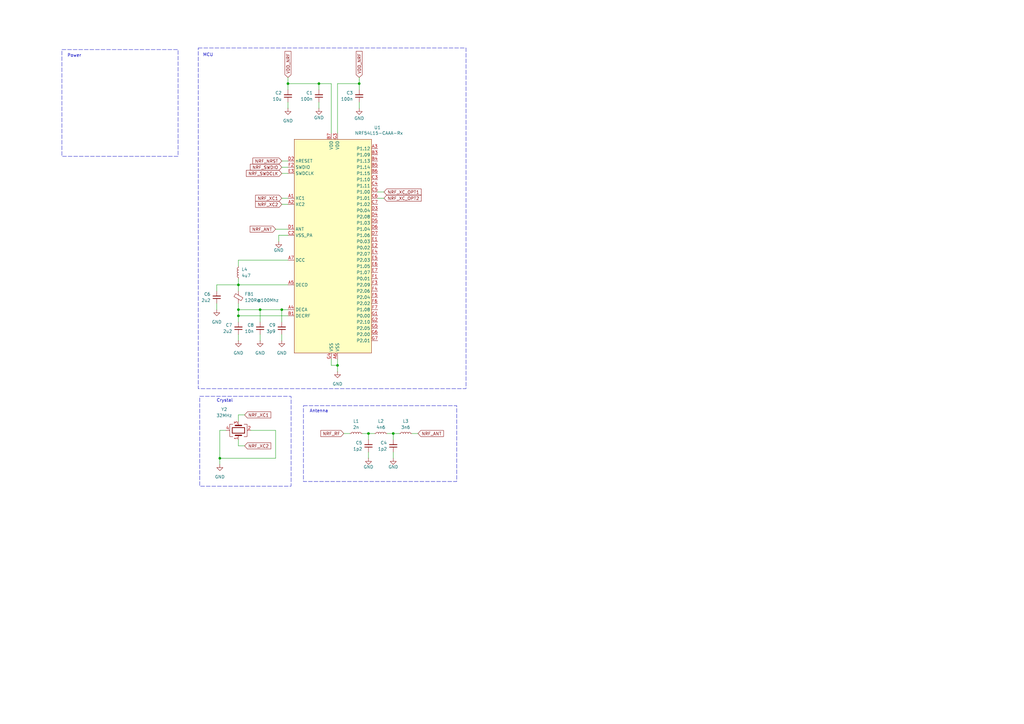
<source format=kicad_sch>
(kicad_sch (version 20231120) (generator "eeschema") (generator_version "8.0")
  (paper "A3")
  (lib_symbols
    (symbol "Device:C_Small" (pin_numbers hide) (pin_names (offset 0.254) hide)
      (property "Reference" "C" (at 0.254 1.778 0))
      (property "Value" "C_Small" (at 0.254 -2.032 0))
      (symbol "C_Small_0_1"
        (polyline (pts (xy -1.524 -0.508) (xy 1.524 -0.508)) (stroke (width 0.3302)))
        (polyline (pts (xy -1.524 0.508) (xy 1.524 0.508)) (stroke (width 0.3048)))
      )
      (symbol "C_Small_1_1"
        (pin passive line (at 0 2.54 270) (length 2.032) (name "~") (number "1"))
        (pin passive line (at 0 -2.54 90) (length 2.032) (name "~") (number "2"))
      )
    )
    (symbol "Device:Crystal_GND24" (pin_names (offset 1.016) hide)
      (property "Reference" "Y" (at 3.175 5.08 0))
      (property "Value" "Crystal_GND24" (at 3.175 3.175 0))
      (symbol "Crystal_GND24_0_1"
        (rectangle (start -1.143 2.54) (end 1.143 -2.54) (stroke (width 0.3048)))
        (polyline (pts (xy -2.54 0) (xy -2.032 0)))
        (polyline (pts (xy -2.032 -1.27) (xy -2.032 1.27)) (stroke (width 0.508)))
        (polyline (pts (xy 0 -3.81) (xy 0 -3.556)))
        (polyline (pts (xy 0 3.556) (xy 0 3.81)))
        (polyline (pts (xy 2.032 -1.27) (xy 2.032 1.27)) (stroke (width 0.508)))
        (polyline (pts (xy 2.032 0) (xy 2.54 0)))
        (polyline (pts (xy -2.54 -2.286) (xy -2.54 -3.556) (xy 2.54 -3.556) (xy 2.54 -2.286)))
        (polyline (pts (xy -2.54 2.286) (xy -2.54 3.556) (xy 2.54 3.556) (xy 2.54 2.286)))
      )
      (symbol "Crystal_GND24_1_1"
        (pin passive line (at -3.81 0 0) (length 1.27) (name "1") (number "1"))
        (pin passive line (at 0 5.08 270) (length 1.27) (name "2") (number "2"))
        (pin passive line (at 3.81 0 180) (length 1.27) (name "3") (number "3"))
        (pin passive line (at 0 -5.08 90) (length 1.27) (name "4") (number "4"))
      )
    )
    (symbol "Device:FerriteBead_Small" (pin_numbers hide) (pin_names (offset 0))
      (property "Reference" "FB" (at 1.905 1.27 0))
      (property "Value" "FerriteBead_Small" (at 1.905 -1.27 0))
      (symbol "FerriteBead_Small_0_1"
        (polyline (pts (xy 0 -1.27) (xy 0 -0.7874)))
        (polyline (pts (xy 0 0.889) (xy 0 1.2954)))
        (polyline (pts (xy -1.8288 0.2794) (xy -1.1176 1.4986) (xy 1.8288 -0.2032) (xy 1.1176 -1.4224) (xy -1.8288 0.2794)))
      )
      (symbol "FerriteBead_Small_1_1"
        (pin passive line (at 0 2.54 270) (length 1.27) (name "~") (number "1"))
        (pin passive line (at 0 -2.54 90) (length 1.27) (name "~") (number "2"))
      )
    )
    (symbol "Device:L_Small" (pin_numbers hide) (pin_names (offset 0.254) hide)
      (property "Reference" "L" (at 0.762 1.016 0))
      (property "Value" "L_Small" (at 0.762 -1.016 0))
      (symbol "L_Small_0_1"
        (arc (start 0 -2.032) (mid 0.5058 -1.524) (end 0 -1.016))
        (arc (start 0 -1.016) (mid 0.5058 -0.508) (end 0 0))
        (arc (start 0 0) (mid 0.5058 0.508) (end 0 1.016))
        (arc (start 0 1.016) (mid 0.5058 1.524) (end 0 2.032))
      )
      (symbol "L_Small_1_1"
        (pin passive line (at 0 2.54 270) (length 0.508) (name "~") (number "1"))
        (pin passive line (at 0 -2.54 90) (length 0.508) (name "~") (number "2"))
      )
    )
    (symbol "ProjectSymbols:nRF54Lxx"
      (property "Reference" "U" (at -17.78 15.24 0))
      (symbol "nRF54Lxx_0_0"
        (pin unspecified line (at -17.78 15.24 0) (length 2.54) (name "XC1") (number "A1"))
        (pin unspecified line (at -17.78 12.7 0) (length 2.54) (name "XC2") (number "A2"))
        (pin unspecified line (at 19.05 35.56 180) (length 2.54) (name "P1.12") (number "A3"))
        (pin unspecified line (at -17.78 -30.48 0) (length 2.54) (name "DECA") (number "A4"))
        (pin unspecified line (at -17.78 -20.32 0) (length 2.54) (name "DECD") (number "A5"))
        (pin unspecified line (at 2.54 -50.8 90) (length 2.54) (name "VSS") (number "A6"))
        (pin unspecified line (at -17.78 -10.16 0) (length 2.54) (name "DCC") (number "A7"))
        (pin unspecified line (at -17.78 -33.02 0) (length 2.54) (name "DECRF") (number "B1"))
        (pin unspecified line (at 19.05 33.02 180) (length 2.54) (name "P1.09") (number "B3"))
        (pin unspecified line (at 19.05 30.48 180) (length 2.54) (name "P1.13") (number "B4"))
        (pin unspecified line (at 19.05 27.94 180) (length 2.54) (name "P1.14") (number "B5"))
        (pin unspecified line (at 19.05 25.4 180) (length 2.54) (name "P1.15") (number "B6"))
        (pin unspecified line (at 0 41.91 270) (length 2.54) (name "VDD") (number "B7"))
        (pin unspecified line (at -17.78 0 0) (length 2.54) (name "VSS_PA") (number "C2"))
        (pin unspecified line (at 19.05 22.86 180) (length 2.54) (name "P1.10") (number "C3"))
        (pin unspecified line (at 19.05 20.32 180) (length 2.54) (name "P1.11") (number "C4"))
        (pin unspecified line (at 19.05 17.78 180) (length 2.54) (name "P1.00") (number "C5"))
        (pin unspecified line (at 19.05 15.24 180) (length 2.54) (name "P1.01") (number "C6"))
        (pin unspecified line (at 19.05 12.7 180) (length 2.54) (name "P1.02") (number "C7"))
        (pin unspecified line (at -17.78 2.54 0) (length 2.54) (name "ANT") (number "D1"))
        (pin unspecified line (at -17.78 30.48 0) (length 2.54) (name "nRESET") (number "D2"))
        (pin unspecified line (at 19.05 10.16 180) (length 2.54) (name "P0.04") (number "D3"))
        (pin unspecified line (at 19.05 7.62 180) (length 2.54) (name "P2.08") (number "D4"))
        (pin unspecified line (at 19.05 5.08 180) (length 2.54) (name "P1.03") (number "D5"))
        (pin unspecified line (at 19.05 2.54 180) (length 2.54) (name "P1.04") (number "D6"))
        (pin unspecified line (at 19.05 0 180) (length 2.54) (name "P1.06") (number "D7"))
        (pin unspecified line (at 19.05 -2.54 180) (length 2.54) (name "P0.03") (number "E1"))
        (pin unspecified line (at 19.05 -5.08 180) (length 2.54) (name "P0.02") (number "E2"))
        (pin unspecified line (at -17.78 25.4 0) (length 2.54) (name "SWDCLK") (number "E3"))
        (pin unspecified line (at 19.05 -7.62 180) (length 2.54) (name "P2.07") (number "E4"))
        (pin unspecified line (at 19.05 -10.16 180) (length 2.54) (name "P2.03") (number "E5"))
        (pin unspecified line (at 19.05 -12.7 180) (length 2.54) (name "P1.05") (number "E6"))
        (pin unspecified line (at 19.05 -15.24 180) (length 2.54) (name "P1.07") (number "E7"))
        (pin unspecified line (at 19.05 -17.78 180) (length 2.54) (name "P0.01") (number "F1"))
        (pin unspecified line (at -17.78 27.94 0) (length 2.54) (name "SWDIO") (number "F2"))
        (pin unspecified line (at 19.05 -20.32 180) (length 2.54) (name "P2.09") (number "F3"))
        (pin unspecified line (at 19.05 -22.86 180) (length 2.54) (name "P2.06") (number "F4"))
        (pin unspecified line (at 19.05 -25.4 180) (length 2.54) (name "P2.04") (number "F5"))
        (pin unspecified line (at 19.05 -27.94 180) (length 2.54) (name "P2.02") (number "F6"))
        (pin unspecified line (at 19.05 -30.48 180) (length 2.54) (name "P1.08") (number "F7"))
        (pin unspecified line (at 19.05 -33.02 180) (length 2.54) (name "P0.00") (number "G1"))
        (pin unspecified line (at 19.05 -35.56 180) (length 2.54) (name "P2.10") (number "G2"))
        (pin unspecified line (at 2.54 41.91 270) (length 2.54) (name "VDD") (number "G3"))
        (pin unspecified line (at 0 -50.8 90) (length 2.54) (name "VSS") (number "G4"))
        (pin unspecified line (at 19.05 -38.1 180) (length 2.54) (name "P2.05") (number "G5"))
        (pin unspecified line (at 19.05 -40.64 180) (length 2.54) (name "P2.00") (number "G6"))
        (pin unspecified line (at 19.05 -43.18 180) (length 2.54) (name "P2.01") (number "G7"))
      )
      (symbol "nRF54Lxx_1_1"
        (rectangle (start -15.24 39.37) (end 16.51 -48.26) (fill (type background)))
      )
    )
    (symbol "power:GND" (power) (pin_numbers hide) (pin_names (offset 0) hide)
      (property "Value" "GND" (at 0 -3.81 0))
      (symbol "GND_0_1"
        (polyline (pts (xy 0 0) (xy 0 -1.27) (xy 1.27 -1.27) (xy 0 -2.54) (xy -1.27 -1.27) (xy 0 -1.27)))
      )
      (symbol "GND_1_1"
        (pin power_in line (at 0 0 270) (length 0) (name "~") (number "1"))
      )
    )
  )
  (junction (at 106.68 127))
  (junction (at 118.11 34.29))
  (junction (at 90.17 187.96))
  (junction (at 115.57 127))
  (junction (at 97.79 127))
  (junction (at 97.79 116.84))
  (junction (at 138.43 149.86))
  (junction (at 147.32 34.29))
  (junction (at 97.79 129.54))
  (junction (at 130.81 34.29))
  (junction (at 151.13 177.8))
  (junction (at 161.29 177.8))
  (wire (pts (xy 158.75 177.8) (xy 161.29 177.8)))
  (wire (pts (xy 115.57 127) (xy 118.11 127)))
  (wire (pts (xy 161.29 177.8) (xy 163.83 177.8)))
  (wire (pts (xy 106.68 137.16) (xy 106.68 139.7)))
  (wire (pts (xy 115.57 81.28) (xy 118.11 81.28)))
  (wire (pts (xy 154.94 81.28) (xy 157.48 81.28)))
  (wire (pts (xy 140.97 177.8) (xy 143.51 177.8)))
  (wire (pts (xy 115.57 68.58) (xy 118.11 68.58)))
  (wire (pts (xy 118.11 41.91) (xy 118.11 44.45)))
  (wire (pts (xy 97.79 106.68) (xy 97.79 109.22)))
  (wire (pts (xy 138.43 34.29) (xy 147.32 34.29)))
  (wire (pts (xy 168.91 177.8) (xy 171.45 177.8)))
  (wire (pts (xy 138.43 34.29) (xy 138.43 54.61)))
  (wire (pts (xy 130.81 34.29) (xy 135.89 34.29)))
  (wire (pts (xy 147.32 31.75) (xy 147.32 34.29)))
  (wire (pts (xy 97.79 129.54) (xy 118.11 129.54)))
  (wire (pts (xy 161.29 185.42) (xy 161.29 187.96)))
  (wire (pts (xy 138.43 149.86) (xy 138.43 152.4)))
  (wire (pts (xy 90.17 187.96) (xy 90.17 176.53)))
  (wire (pts (xy 135.89 147.32) (xy 135.89 149.86)))
  (wire (pts (xy 148.59 177.8) (xy 151.13 177.8)))
  (wire (pts (xy 88.9 116.84) (xy 97.79 116.84)))
  (wire (pts (xy 97.79 114.3) (xy 97.79 116.84)))
  (wire (pts (xy 130.81 41.91) (xy 130.81 44.45)))
  (wire (pts (xy 115.57 127) (xy 115.57 132.08)))
  (wire (pts (xy 115.57 66.04) (xy 118.11 66.04)))
  (wire (pts (xy 115.57 71.12) (xy 118.11 71.12)))
  (wire (pts (xy 106.68 127) (xy 106.68 132.08)))
  (wire (pts (xy 97.79 116.84) (xy 118.11 116.84)))
  (wire (pts (xy 97.79 129.54) (xy 97.79 132.08)))
  (wire (pts (xy 90.17 187.96) (xy 90.17 190.5)))
  (wire (pts (xy 97.79 172.72) (xy 97.79 170.18)))
  (wire (pts (xy 151.13 177.8) (xy 153.67 177.8)))
  (wire (pts (xy 161.29 180.34) (xy 161.29 177.8)))
  (wire (pts (xy 147.32 34.29) (xy 147.32 36.83)))
  (wire (pts (xy 97.79 180.34) (xy 97.79 182.88)))
  (wire (pts (xy 135.89 149.86) (xy 138.43 149.86)))
  (wire (pts (xy 130.81 34.29) (xy 130.81 36.83)))
  (wire (pts (xy 118.11 31.75) (xy 118.11 34.29)))
  (wire (pts (xy 97.79 127) (xy 106.68 127)))
  (wire (pts (xy 114.3 99.06) (xy 114.3 96.52)))
  (wire (pts (xy 90.17 176.53) (xy 92.71 176.53)))
  (wire (pts (xy 114.3 96.52) (xy 118.11 96.52)))
  (wire (pts (xy 118.11 34.29) (xy 130.81 34.29)))
  (wire (pts (xy 88.9 124.46) (xy 88.9 127)))
  (wire (pts (xy 113.03 187.96) (xy 90.17 187.96)))
  (wire (pts (xy 147.32 41.91) (xy 147.32 44.45)))
  (wire (pts (xy 115.57 83.82) (xy 118.11 83.82)))
  (wire (pts (xy 106.68 127) (xy 115.57 127)))
  (wire (pts (xy 97.79 170.18) (xy 100.33 170.18)))
  (wire (pts (xy 113.03 93.98) (xy 118.11 93.98)))
  (wire (pts (xy 118.11 106.68) (xy 97.79 106.68)))
  (wire (pts (xy 118.11 34.29) (xy 118.11 36.83)))
  (wire (pts (xy 97.79 182.88) (xy 100.33 182.88)))
  (wire (pts (xy 113.03 176.53) (xy 113.03 187.96)))
  (wire (pts (xy 88.9 116.84) (xy 88.9 119.38)))
  (wire (pts (xy 151.13 180.34) (xy 151.13 177.8)))
  (wire (pts (xy 138.43 147.32) (xy 138.43 149.86)))
  (wire (pts (xy 135.89 34.29) (xy 135.89 54.61)))
  (wire (pts (xy 97.79 127) (xy 97.79 129.54)))
  (wire (pts (xy 97.79 116.84) (xy 97.79 119.38)))
  (wire (pts (xy 154.94 78.74) (xy 157.48 78.74)))
  (wire (pts (xy 102.87 176.53) (xy 113.03 176.53)))
  (wire (pts (xy 97.79 137.16) (xy 97.79 139.7)))
  (wire (pts (xy 115.57 137.16) (xy 115.57 139.7)))
  (wire (pts (xy 97.79 124.46) (xy 97.79 127)))
  (wire (pts (xy 151.13 185.42) (xy 151.13 187.96)))
  (rectangle (start 81.915 162.56) (end 119.38 199.39) (stroke (width 0) (type dash)))
  (rectangle (start 81.28 19.685) (end 191.135 159.385) (stroke (width 0) (type dash)))
  (rectangle (start 124.46 166.37) (end 187.325 197.485) (stroke (width 0) (type dash)))
  (rectangle (start 25.4 20.32) (end 73.025 64.135) (stroke (width 0) (type dash)))
  (text "MCU" (at 85.344 22.606 0) (effects (font (size 1.27 1.27))))
  (text "Crystal" (at 92.202 164.338 0) (effects (font (size 1.27 1.27))))
  (text "Power" (at 30.48 22.86 0) (effects (font (size 1.27 1.27))))
  (text "Antenna" (at 130.81 168.656 0) (effects (font (size 1.27 1.27))))
  (global_label "NRF_XC1" (shape input) (at 115.57 81.28 180) (property "Intersheetrefs" "${INTERSHEET_REFS}" (effects (hide yes))))
  (global_label "NRF_XC1" (shape input) (at 100.33 170.18 0) (property "Intersheetrefs" "${INTERSHEET_REFS}" (effects (hide yes))))
  (global_label "VDD_NRF" (shape input) (at 118.11 31.75 90) (property "Intersheetrefs" "${INTERSHEET_REFS}" (effects (hide yes))))
  (global_label "VDD_NRF" (shape input) (at 147.32 31.75 90) (property "Intersheetrefs" "${INTERSHEET_REFS}" (effects (hide yes))))
  (global_label "NRF_SWDIO" (shape input) (at 115.57 68.58 180) (property "Intersheetrefs" "${INTERSHEET_REFS}" (effects (hide yes))))
  (global_label "NRF_NRST" (shape input) (at 115.57 66.04 180) (property "Intersheetrefs" "${INTERSHEET_REFS}" (effects (hide yes))))
  (global_label "NRF_RF" (shape input) (at 140.97 177.8 180) (property "Intersheetrefs" "${INTERSHEET_REFS}" (effects (hide yes))))
  (global_label "NRF_XC_OPT2" (shape input) (at 157.48 81.28 0) (property "Intersheetrefs" "${INTERSHEET_REFS}" (effects (hide yes))))
  (global_label "NRF_SWDCLK" (shape input) (at 115.57 71.12 180) (property "Intersheetrefs" "${INTERSHEET_REFS}" (effects (hide yes))))
  (global_label "NRF_XC_OPT1" (shape input) (at 157.48 78.74 0) (property "Intersheetrefs" "${INTERSHEET_REFS}" (effects (hide yes))))
  (global_label "NRF_ANT" (shape input) (at 171.45 177.8 0) (property "Intersheetrefs" "${INTERSHEET_REFS}" (effects (hide yes))))
  (global_label "NRF_ANT" (shape input) (at 113.03 93.98 180) (property "Intersheetrefs" "${INTERSHEET_REFS}" (effects (hide yes))))
  (global_label "NRF_XC2" (shape input) (at 100.33 182.88 0) (property "Intersheetrefs" "${INTERSHEET_REFS}" (effects (hide yes))))
  (global_label "NRF_XC2" (shape input) (at 115.57 83.82 180) (property "Intersheetrefs" "${INTERSHEET_REFS}" (effects (hide yes))))
  (symbol (lib_id "Device:C_Small") (at 115.57 134.62 0) (mirror x) (unit 1)
    (property "Reference" "C9" (at 113.03 133.3435 0) (effects (justify right)))
    (property "Value" "3p9" (at 113.03 135.8835 0) (effects (justify right)))
    (property "Footprint" "Capacitor_SMD:C_0201_0603Metric" (effects (hide yes)))
    (property "Description" "Unpolarized capacitor, small symbol" (effects (hide yes)))
  )
  (symbol (lib_id "ProjectSymbols:nRF54Lxx") (at 135.89 96.52 0) (unit 1)
    (property "Reference" "U1" (at 153.416 52.324 0) (effects (justify left)))
    (property "Value" "NRF54L15-CAAA-Rx" (at 145.542 54.61 0) (effects (justify left)))
    (property "Footprint" "ProjectFootprints:WLCSP 300" (effects (hide yes)))
    (property "Datasheet" "https://docs-be.nordicsemi.com/bundle/ps_nrf54L15/attach/pdf/nRF54L15_nRF54L10_nRF54L05_Datasheet_v0.7.pdf" (effects (hide yes)))
    (property "MFN" "NRF54L15-CAAA-R " (effects (hide yes)))
  )
  (symbol (lib_id "power:GND") (at 151.13 187.96 0) (unit 1)
    (property "Reference" "#PWR08" (effects (hide yes)))
    (property "Value" "GND" (at 151.13 191.516 0))
    (property "Description" "Power symbol creates a global label with name \"GND\" , ground" (effects (hide yes)))
  )
  (symbol (lib_id "power:GND") (at 115.57 139.7 0) (unit 1)
    (property "Reference" "#PWR012" (effects (hide yes)))
    (property "Value" "GND" (at 115.57 144.78 0))
    (property "Description" "Power symbol creates a global label with name \"GND\" , ground" (effects (hide yes)))
  )
  (symbol (lib_id "power:GND") (at 161.29 187.96 0) (unit 1)
    (property "Reference" "#PWR07" (effects (hide yes)))
    (property "Value" "GND" (at 161.29 191.516 0))
    (property "Description" "Power symbol creates a global label with name \"GND\" , ground" (effects (hide yes)))
  )
  (symbol (lib_id "power:GND") (at 118.11 44.45 0) (unit 1)
    (property "Reference" "#PWR05" (effects (hide yes)))
    (property "Value" "GND" (at 118.11 49.53 0))
    (property "Description" "Power symbol creates a global label with name \"GND\" , ground" (effects (hide yes)))
  )
  (symbol (lib_id "Device:L_Small") (at 166.37 177.8 270) (mirror x) (unit 1)
    (property "Reference" "L3" (at 166.37 172.72 90))
    (property "Value" "3n6" (at 166.37 175.26 90))
    (property "Footprint" "Inductor_SMD:L_0201_0603Metric" (effects (hide yes)))
    (property "Description" "Inductor, small symbol" (effects (hide yes)))
  )
  (symbol (lib_id "Device:C_Small") (at 118.11 39.37 0) (mirror x) (unit 1)
    (property "Reference" "C2" (at 115.57 38.0935 0) (effects (justify right)))
    (property "Value" "10u" (at 115.57 40.6335 0) (effects (justify right)))
    (property "Description" "Unpolarized capacitor, small symbol" (effects (hide yes)))
  )
  (symbol (lib_id "Device:C_Small") (at 88.9 121.92 0) (mirror x) (unit 1)
    (property "Reference" "C6" (at 86.36 120.6435 0) (effects (justify right)))
    (property "Value" "2u2" (at 86.36 123.1835 0) (effects (justify right)))
    (property "Footprint" "Capacitor_SMD:C_0201_0603Metric" (effects (hide yes)))
    (property "Description" "Unpolarized capacitor, small symbol" (effects (hide yes)))
  )
  (symbol (lib_id "Device:C_Small") (at 97.79 134.62 0) (mirror x) (unit 1)
    (property "Reference" "C7" (at 95.25 133.3435 0) (effects (justify right)))
    (property "Value" "2u2" (at 95.25 135.8835 0) (effects (justify right)))
    (property "Footprint" "Capacitor_SMD:C_0201_0603Metric" (effects (hide yes)))
    (property "Description" "Unpolarized capacitor, small symbol" (effects (hide yes)))
  )
  (symbol (lib_id "power:GND") (at 88.9 127 0) (unit 1)
    (property "Reference" "#PWR09" (effects (hide yes)))
    (property "Value" "GND" (at 88.9 132.08 0))
    (property "Description" "Power symbol creates a global label with name \"GND\" , ground" (effects (hide yes)))
  )
  (symbol (lib_id "Device:L_Small") (at 146.05 177.8 270) (mirror x) (unit 1)
    (property "Reference" "L1" (at 146.05 172.72 90))
    (property "Value" "2n" (at 146.05 175.26 90))
    (property "Footprint" "Inductor_SMD:L_0201_0603Metric" (effects (hide yes)))
    (property "Description" "Inductor, small symbol" (effects (hide yes)))
  )
  (symbol (lib_id "Device:C_Small") (at 106.68 134.62 0) (mirror x) (unit 1)
    (property "Reference" "C8" (at 104.14 133.3435 0) (effects (justify right)))
    (property "Value" "10n" (at 104.14 135.8835 0) (effects (justify right)))
    (property "Footprint" "Capacitor_SMD:C_0201_0603Metric" (effects (hide yes)))
    (property "Description" "Unpolarized capacitor, small symbol" (effects (hide yes)))
  )
  (symbol (lib_id "power:GND") (at 130.81 44.45 0) (unit 1)
    (property "Reference" "#PWR04" (effects (hide yes)))
    (property "Value" "GND" (at 130.81 48.26 0))
    (property "Description" "Power symbol creates a global label with name \"GND\" , ground" (effects (hide yes)))
  )
  (symbol (lib_id "Device:C_Small") (at 151.13 182.88 0) (mirror x) (unit 1)
    (property "Reference" "C5" (at 148.59 181.6035 0) (effects (justify right)))
    (property "Value" "1p2" (at 148.59 184.1435 0) (effects (justify right)))
    (property "Footprint" "Capacitor_SMD:C_0201_0603Metric" (effects (hide yes)))
    (property "Description" "Unpolarized capacitor, small symbol" (effects (hide yes)))
  )
  (symbol (lib_id "power:GND") (at 90.17 190.5 0) (unit 1)
    (property "Reference" "#PWR02" (effects (hide yes)))
    (property "Value" "GND" (at 90.17 195.58 0))
    (property "Description" "Power symbol creates a global label with name \"GND\" , ground" (effects (hide yes)))
  )
  (symbol (lib_id "Device:C_Small") (at 147.32 39.37 0) (mirror x) (unit 1)
    (property "Reference" "C3" (at 144.78 38.0935 0) (effects (justify right)))
    (property "Value" "100n" (at 144.78 40.6335 0) (effects (justify right)))
    (property "Footprint" "Capacitor_SMD:C_0201_0603Metric" (effects (hide yes)))
    (property "Description" "Unpolarized capacitor, small symbol" (effects (hide yes)))
  )
  (symbol (lib_id "Device:FerriteBead_Small") (at 97.79 121.92 0) (unit 1)
    (property "Reference" "FB1" (at 100.33 120.6118 0) (effects (justify left)))
    (property "Value" "120R@100Mhz" (at 100.33 123.1518 0) (effects (justify left)))
    (property "Description" "Ferrite bead, small symbol" (effects (hide yes)))
  )
  (symbol (lib_id "Device:L_Small") (at 156.21 177.8 270) (mirror x) (unit 1)
    (property "Reference" "L2" (at 156.21 172.72 90))
    (property "Value" "4n6" (at 156.21 175.26 90))
    (property "Footprint" "Inductor_SMD:L_0201_0603Metric" (effects (hide yes)))
    (property "Description" "Inductor, small symbol" (effects (hide yes)))
  )
  (symbol (lib_id "power:GND") (at 106.68 139.7 0) (unit 1)
    (property "Reference" "#PWR011" (effects (hide yes)))
    (property "Value" "GND" (at 106.68 144.78 0))
    (property "Description" "Power symbol creates a global label with name \"GND\" , ground" (effects (hide yes)))
  )
  (symbol (lib_id "power:GND") (at 97.79 139.7 0) (unit 1)
    (property "Reference" "#PWR010" (effects (hide yes)))
    (property "Value" "GND" (at 97.79 144.78 0))
    (property "Description" "Power symbol creates a global label with name \"GND\" , ground" (effects (hide yes)))
  )
  (symbol (lib_id "power:GND") (at 147.32 44.45 0) (unit 1)
    (property "Reference" "#PWR06" (effects (hide yes)))
    (property "Value" "GND" (at 147.32 48.514 0))
    (property "Description" "Power symbol creates a global label with name \"GND\" , ground" (effects (hide yes)))
  )
  (symbol (lib_id "Device:Crystal_GND24") (at 97.79 176.53 270) (mirror x) (unit 1)
    (property "Reference" "Y2" (at 91.948 167.894 90))
    (property "Value" "32MHz" (at 91.948 170.434 90))
    (property "Description" "Four pin crystal, GND on pins 2 and 4" (effects (hide yes)))
  )
  (symbol (lib_id "Device:C_Small") (at 161.29 182.88 0) (mirror x) (unit 1)
    (property "Reference" "C4" (at 158.75 181.6035 0) (effects (justify right)))
    (property "Value" "1p2" (at 158.75 184.1435 0) (effects (justify right)))
    (property "Footprint" "Capacitor_SMD:C_0201_0603Metric" (effects (hide yes)))
    (property "Description" "Unpolarized capacitor, small symbol" (effects (hide yes)))
  )
  (symbol (lib_id "Device:L_Small") (at 97.79 111.76 0) (mirror y) (unit 1)
    (property "Reference" "L4" (at 99.06 110.4899 0) (effects (justify right)))
    (property "Value" "4u7" (at 99.06 113.0299 0) (effects (justify right)))
    (property "Footprint" "LED_SMD:LED_0402_1005Metric" (effects (hide yes)))
    (property "Description" "Inductor, small symbol" (effects (hide yes)))
  )
  (symbol (lib_id "Device:C_Small") (at 130.81 39.37 0) (mirror x) (unit 1)
    (property "Reference" "C1" (at 128.27 38.0935 0) (effects (justify right)))
    (property "Value" "100n" (at 128.27 40.6335 0) (effects (justify right)))
    (property "Footprint" "Capacitor_SMD:C_0201_0603Metric" (effects (hide yes)))
    (property "Description" "Unpolarized capacitor, small symbol" (effects (hide yes)))
  )
  (symbol (lib_id "power:GND") (at 138.43 152.4 0) (unit 1)
    (property "Reference" "#PWR01" (effects (hide yes)))
    (property "Value" "GND" (at 138.43 157.48 0))
    (property "Description" "Power symbol creates a global label with name \"GND\" , ground" (effects (hide yes)))
  )
  (symbol (lib_id "power:GND") (at 114.3 99.06 0) (unit 1)
    (property "Reference" "#PWR03" (effects (hide yes)))
    (property "Value" "GND" (at 114.3 102.616 0))
    (property "Description" "Power symbol creates a global label with name \"GND\" , ground" (effects (hide yes)))
  )
)
</source>
